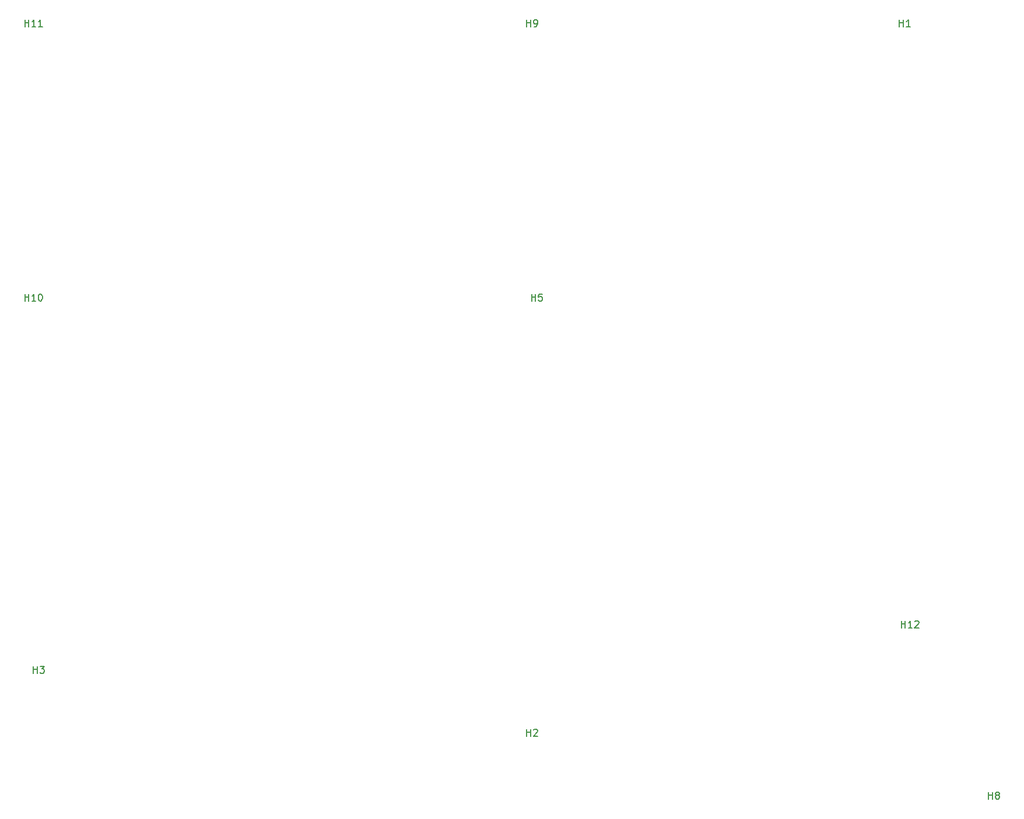
<source format=gbr>
G04 #@! TF.GenerationSoftware,KiCad,Pcbnew,(5.1.5)-3*
G04 #@! TF.CreationDate,2020-03-17T18:41:58+05:30*
G04 #@! TF.ProjectId,ergocape,6572676f-6361-4706-952e-6b696361645f,rev?*
G04 #@! TF.SameCoordinates,Original*
G04 #@! TF.FileFunction,Legend,Top*
G04 #@! TF.FilePolarity,Positive*
%FSLAX46Y46*%
G04 Gerber Fmt 4.6, Leading zero omitted, Abs format (unit mm)*
G04 Created by KiCad (PCBNEW (5.1.5)-3) date 2020-03-17 18:41:58*
%MOMM*%
%LPD*%
G04 APERTURE LIST*
%ADD10C,0.150000*%
G04 APERTURE END LIST*
D10*
X165862095Y-21026380D02*
X165862095Y-20026380D01*
X165862095Y-20502571D02*
X166433523Y-20502571D01*
X166433523Y-21026380D02*
X166433523Y-20026380D01*
X167433523Y-21026380D02*
X166862095Y-21026380D01*
X167147809Y-21026380D02*
X167147809Y-20026380D01*
X167052571Y-20169238D01*
X166957333Y-20264476D01*
X166862095Y-20312095D01*
X111760095Y-124150380D02*
X111760095Y-123150380D01*
X111760095Y-123626571D02*
X112331523Y-123626571D01*
X112331523Y-124150380D02*
X112331523Y-123150380D01*
X112760095Y-123245619D02*
X112807714Y-123198000D01*
X112902952Y-123150380D01*
X113141047Y-123150380D01*
X113236285Y-123198000D01*
X113283904Y-123245619D01*
X113331523Y-123340857D01*
X113331523Y-123436095D01*
X113283904Y-123578952D01*
X112712476Y-124150380D01*
X113331523Y-124150380D01*
X40132095Y-115006380D02*
X40132095Y-114006380D01*
X40132095Y-114482571D02*
X40703523Y-114482571D01*
X40703523Y-115006380D02*
X40703523Y-114006380D01*
X41084476Y-114006380D02*
X41703523Y-114006380D01*
X41370190Y-114387333D01*
X41513047Y-114387333D01*
X41608285Y-114434952D01*
X41655904Y-114482571D01*
X41703523Y-114577809D01*
X41703523Y-114815904D01*
X41655904Y-114911142D01*
X41608285Y-114958761D01*
X41513047Y-115006380D01*
X41227333Y-115006380D01*
X41132095Y-114958761D01*
X41084476Y-114911142D01*
X112458095Y-60904380D02*
X112458095Y-59904380D01*
X112458095Y-60380571D02*
X113029523Y-60380571D01*
X113029523Y-60904380D02*
X113029523Y-59904380D01*
X113981904Y-59904380D02*
X113505714Y-59904380D01*
X113458095Y-60380571D01*
X113505714Y-60332952D01*
X113600952Y-60285333D01*
X113839047Y-60285333D01*
X113934285Y-60332952D01*
X113981904Y-60380571D01*
X114029523Y-60475809D01*
X114029523Y-60713904D01*
X113981904Y-60809142D01*
X113934285Y-60856761D01*
X113839047Y-60904380D01*
X113600952Y-60904380D01*
X113505714Y-60856761D01*
X113458095Y-60809142D01*
X178816095Y-133294380D02*
X178816095Y-132294380D01*
X178816095Y-132770571D02*
X179387523Y-132770571D01*
X179387523Y-133294380D02*
X179387523Y-132294380D01*
X180006571Y-132722952D02*
X179911333Y-132675333D01*
X179863714Y-132627714D01*
X179816095Y-132532476D01*
X179816095Y-132484857D01*
X179863714Y-132389619D01*
X179911333Y-132342000D01*
X180006571Y-132294380D01*
X180197047Y-132294380D01*
X180292285Y-132342000D01*
X180339904Y-132389619D01*
X180387523Y-132484857D01*
X180387523Y-132532476D01*
X180339904Y-132627714D01*
X180292285Y-132675333D01*
X180197047Y-132722952D01*
X180006571Y-132722952D01*
X179911333Y-132770571D01*
X179863714Y-132818190D01*
X179816095Y-132913428D01*
X179816095Y-133103904D01*
X179863714Y-133199142D01*
X179911333Y-133246761D01*
X180006571Y-133294380D01*
X180197047Y-133294380D01*
X180292285Y-133246761D01*
X180339904Y-133199142D01*
X180387523Y-133103904D01*
X180387523Y-132913428D01*
X180339904Y-132818190D01*
X180292285Y-132770571D01*
X180197047Y-132722952D01*
X111760095Y-21026380D02*
X111760095Y-20026380D01*
X111760095Y-20502571D02*
X112331523Y-20502571D01*
X112331523Y-21026380D02*
X112331523Y-20026380D01*
X112855333Y-21026380D02*
X113045809Y-21026380D01*
X113141047Y-20978761D01*
X113188666Y-20931142D01*
X113283904Y-20788285D01*
X113331523Y-20597809D01*
X113331523Y-20216857D01*
X113283904Y-20121619D01*
X113236285Y-20074000D01*
X113141047Y-20026380D01*
X112950571Y-20026380D01*
X112855333Y-20074000D01*
X112807714Y-20121619D01*
X112760095Y-20216857D01*
X112760095Y-20454952D01*
X112807714Y-20550190D01*
X112855333Y-20597809D01*
X112950571Y-20645428D01*
X113141047Y-20645428D01*
X113236285Y-20597809D01*
X113283904Y-20550190D01*
X113331523Y-20454952D01*
X38893904Y-60904380D02*
X38893904Y-59904380D01*
X38893904Y-60380571D02*
X39465333Y-60380571D01*
X39465333Y-60904380D02*
X39465333Y-59904380D01*
X40465333Y-60904380D02*
X39893904Y-60904380D01*
X40179619Y-60904380D02*
X40179619Y-59904380D01*
X40084380Y-60047238D01*
X39989142Y-60142476D01*
X39893904Y-60190095D01*
X41084380Y-59904380D02*
X41179619Y-59904380D01*
X41274857Y-59952000D01*
X41322476Y-59999619D01*
X41370095Y-60094857D01*
X41417714Y-60285333D01*
X41417714Y-60523428D01*
X41370095Y-60713904D01*
X41322476Y-60809142D01*
X41274857Y-60856761D01*
X41179619Y-60904380D01*
X41084380Y-60904380D01*
X40989142Y-60856761D01*
X40941523Y-60809142D01*
X40893904Y-60713904D01*
X40846285Y-60523428D01*
X40846285Y-60285333D01*
X40893904Y-60094857D01*
X40941523Y-59999619D01*
X40989142Y-59952000D01*
X41084380Y-59904380D01*
X38893904Y-21026380D02*
X38893904Y-20026380D01*
X38893904Y-20502571D02*
X39465333Y-20502571D01*
X39465333Y-21026380D02*
X39465333Y-20026380D01*
X40465333Y-21026380D02*
X39893904Y-21026380D01*
X40179619Y-21026380D02*
X40179619Y-20026380D01*
X40084380Y-20169238D01*
X39989142Y-20264476D01*
X39893904Y-20312095D01*
X41417714Y-21026380D02*
X40846285Y-21026380D01*
X41132000Y-21026380D02*
X41132000Y-20026380D01*
X41036761Y-20169238D01*
X40941523Y-20264476D01*
X40846285Y-20312095D01*
X166147904Y-108402380D02*
X166147904Y-107402380D01*
X166147904Y-107878571D02*
X166719333Y-107878571D01*
X166719333Y-108402380D02*
X166719333Y-107402380D01*
X167719333Y-108402380D02*
X167147904Y-108402380D01*
X167433619Y-108402380D02*
X167433619Y-107402380D01*
X167338380Y-107545238D01*
X167243142Y-107640476D01*
X167147904Y-107688095D01*
X168100285Y-107497619D02*
X168147904Y-107450000D01*
X168243142Y-107402380D01*
X168481238Y-107402380D01*
X168576476Y-107450000D01*
X168624095Y-107497619D01*
X168671714Y-107592857D01*
X168671714Y-107688095D01*
X168624095Y-107830952D01*
X168052666Y-108402380D01*
X168671714Y-108402380D01*
M02*

</source>
